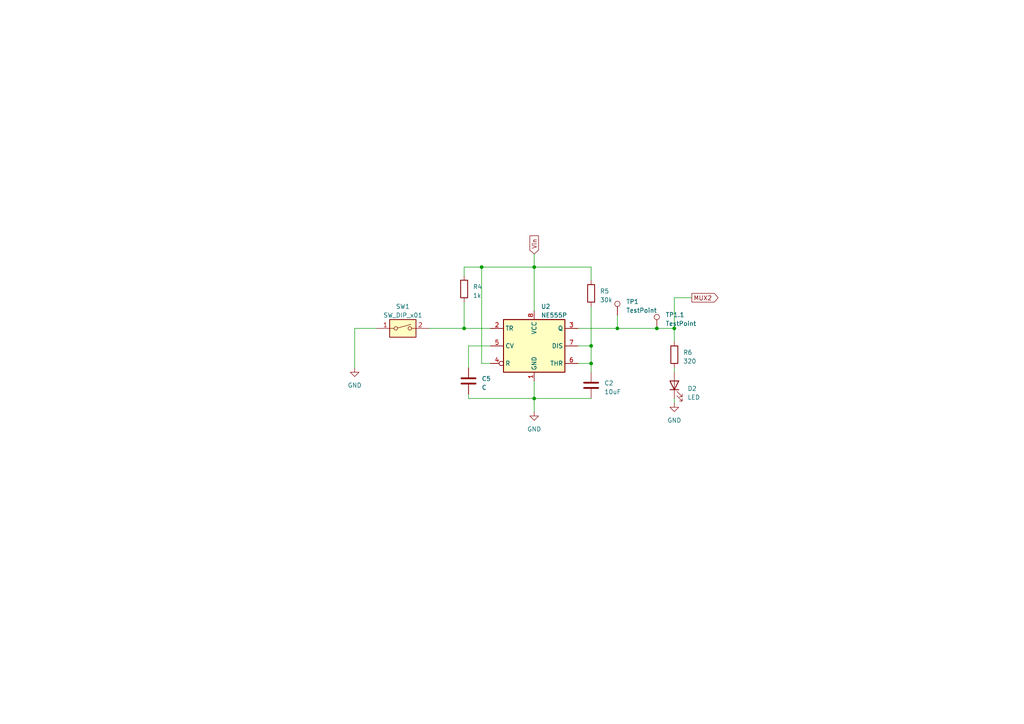
<source format=kicad_sch>
(kicad_sch (version 20230121) (generator eeschema)
  (paper "A4")
  (lib_symbols
    (symbol "Connector:TestPoint" (pin_numbers hide) (pin_names (offset 0.762) hide)
      (property "Reference" "TP" (at 0 6.858 0))
      (property "Value" "TestPoint" (at 0 5.08 0))
      (symbol "TestPoint_0_1"
        (circle (center 0 3.302) (radius 0.762))
      )
      (symbol "TestPoint_1_1"
        (pin passive line (at 0 0 90) (length 2.54) (name "1") (number "1"))
      )
    )
    (symbol "Device:C" (pin_numbers hide) (pin_names (offset 0.254))
      (property "Reference" "C" (at 0.635 2.54 0))
      (property "Value" "C" (at 0.635 -2.54 0))
      (symbol "C_0_1"
        (polyline (pts (xy -2.032 -0.762) (xy 2.032 -0.762)) (stroke (width 0.508)))
        (polyline (pts (xy -2.032 0.762) (xy 2.032 0.762)) (stroke (width 0.508)))
      )
      (symbol "C_1_1"
        (pin passive line (at 0 3.81 270) (length 2.794) (name "~") (number "1"))
        (pin passive line (at 0 -3.81 90) (length 2.794) (name "~") (number "2"))
      )
    )
    (symbol "Device:LED" (pin_numbers hide) (pin_names (offset 1.016) hide)
      (property "Reference" "D" (at 0 2.54 0))
      (property "Value" "LED" (at 0 -2.54 0))
      (symbol "LED_0_1"
        (polyline (pts (xy -1.27 -1.27) (xy -1.27 1.27)) (stroke (width 0.254)))
        (polyline (pts (xy -1.27 0) (xy 1.27 0)))
        (polyline (pts (xy 1.27 -1.27) (xy 1.27 1.27) (xy -1.27 0) (xy 1.27 -1.27)) (stroke (width 0.254)))
        (polyline (pts (xy -3.048 -0.762) (xy -4.572 -2.286) (xy -3.81 -2.286) (xy -4.572 -2.286) (xy -4.572 -1.524)))
        (polyline (pts (xy -1.778 -0.762) (xy -3.302 -2.286) (xy -2.54 -2.286) (xy -3.302 -2.286) (xy -3.302 -1.524)))
      )
      (symbol "LED_1_1"
        (pin passive line (at -3.81 0 0) (length 2.54) (name "K") (number "1"))
        (pin passive line (at 3.81 0 180) (length 2.54) (name "A") (number "2"))
      )
    )
    (symbol "Device:R" (pin_numbers hide) (pin_names (offset 0))
      (property "Reference" "R" (at 2.032 0 90))
      (property "Value" "R" (at 0 0 90))
      (symbol "R_0_1"
        (rectangle (start -1.016 -2.54) (end 1.016 2.54) (stroke (width 0.254)))
      )
      (symbol "R_1_1"
        (pin passive line (at 0 3.81 270) (length 1.27) (name "~") (number "1"))
        (pin passive line (at 0 -3.81 90) (length 1.27) (name "~") (number "2"))
      )
    )
    (symbol "Switch:SW_DIP_x01" (pin_names (offset 0) hide)
      (property "Reference" "SW" (at 0 3.81 0))
      (property "Value" "SW_DIP_x01" (at 0 -3.81 0))
      (symbol "SW_DIP_x01_0_0"
        (circle (center -2.032 0) (radius 0.508))
        (polyline (pts (xy -1.524 0.127) (xy 2.3622 1.1684)))
        (circle (center 2.032 0) (radius 0.508))
      )
      (symbol "SW_DIP_x01_0_1"
        (rectangle (start -3.81 2.54) (end 3.81 -2.54) (stroke (width 0.254)) (fill (type background)))
      )
      (symbol "SW_DIP_x01_1_1"
        (pin passive line (at -7.62 0 0) (length 5.08) (name "~") (number "1"))
        (pin passive line (at 7.62 0 180) (length 5.08) (name "~") (number "2"))
      )
    )
    (symbol "Timer:NE555P"
      (property "Reference" "U" (at -10.16 8.89 0))
      (property "Value" "NE555P" (at 2.54 8.89 0))
      (symbol "NE555P_0_0"
        (pin power_in line (at 0 -10.16 90) (length 2.54) (name "GND") (number "1"))
        (pin power_in line (at 0 10.16 270) (length 2.54) (name "VCC") (number "8"))
      )
      (symbol "NE555P_0_1"
        (rectangle (start -8.89 -7.62) (end 8.89 7.62) (stroke (width 0.254)) (fill (type background)))
        (rectangle (start -8.89 -7.62) (end 8.89 7.62) (stroke (width 0.254)) (fill (type background)))
      )
      (symbol "NE555P_1_1"
        (pin input line (at -12.7 5.08 0) (length 3.81) (name "TR") (number "2"))
        (pin output line (at 12.7 5.08 180) (length 3.81) (name "Q") (number "3"))
        (pin input inverted (at -12.7 -5.08 0) (length 3.81) (name "R") (number "4"))
        (pin input line (at -12.7 0 0) (length 3.81) (name "CV") (number "5"))
        (pin input line (at 12.7 -5.08 180) (length 3.81) (name "THR") (number "6"))
        (pin input line (at 12.7 0 180) (length 3.81) (name "DIS") (number "7"))
      )
    )
    (symbol "power:GND" (power) (pin_names (offset 0))
      (property "Value" "GND" (at 0 -3.81 0))
      (symbol "GND_0_1"
        (polyline (pts (xy 0 0) (xy 0 -1.27) (xy 1.27 -1.27) (xy 0 -2.54) (xy -1.27 -1.27) (xy 0 -1.27)))
      )
      (symbol "GND_1_1"
        (pin power_in line (at 0 0 270) (length 0) hide (name "GND") (number "1"))
      )
    )
  )
  (junction (at 139.7 77.47))
  (junction (at 179.07 95.25))
  (junction (at 134.62 95.25))
  (junction (at 190.5 95.25))
  (junction (at 154.94 77.47))
  (junction (at 171.45 100.33))
  (junction (at 154.94 115.57))
  (junction (at 171.45 105.41))
  (junction (at 195.58 95.25))
  (wire (pts (xy 135.89 115.57) (xy 154.94 115.57)))
  (wire (pts (xy 171.45 77.47) (xy 154.94 77.47)))
  (wire (pts (xy 195.58 115.57) (xy 195.58 116.84)))
  (wire (pts (xy 139.7 77.47) (xy 154.94 77.47)))
  (wire (pts (xy 142.24 100.33) (xy 135.89 100.33)))
  (wire (pts (xy 154.94 77.47) (xy 154.94 90.17)))
  (wire (pts (xy 200.66 86.36) (xy 195.58 86.36)))
  (wire (pts (xy 195.58 99.06) (xy 195.58 95.25)))
  (wire (pts (xy 167.64 100.33) (xy 171.45 100.33)))
  (wire (pts (xy 134.62 87.63) (xy 134.62 95.25)))
  (wire (pts (xy 171.45 115.57) (xy 154.94 115.57)))
  (wire (pts (xy 195.58 106.68) (xy 195.58 107.95)))
  (wire (pts (xy 171.45 88.9) (xy 171.45 100.33)))
  (wire (pts (xy 102.87 95.25) (xy 102.87 106.68)))
  (wire (pts (xy 179.07 91.44) (xy 179.07 95.25)))
  (wire (pts (xy 167.64 105.41) (xy 171.45 105.41)))
  (wire (pts (xy 179.07 95.25) (xy 190.5 95.25)))
  (wire (pts (xy 171.45 81.28) (xy 171.45 77.47)))
  (wire (pts (xy 109.22 95.25) (xy 102.87 95.25)))
  (wire (pts (xy 134.62 95.25) (xy 142.24 95.25)))
  (wire (pts (xy 171.45 105.41) (xy 171.45 107.95)))
  (wire (pts (xy 124.46 95.25) (xy 134.62 95.25)))
  (wire (pts (xy 134.62 77.47) (xy 139.7 77.47)))
  (wire (pts (xy 167.64 95.25) (xy 179.07 95.25)))
  (wire (pts (xy 195.58 86.36) (xy 195.58 95.25)))
  (wire (pts (xy 135.89 114.3) (xy 135.89 115.57)))
  (wire (pts (xy 135.89 100.33) (xy 135.89 106.68)))
  (wire (pts (xy 154.94 77.47) (xy 154.94 73.66)))
  (wire (pts (xy 171.45 100.33) (xy 171.45 105.41)))
  (wire (pts (xy 190.5 95.25) (xy 195.58 95.25)))
  (wire (pts (xy 134.62 80.01) (xy 134.62 77.47)))
  (wire (pts (xy 154.94 110.49) (xy 154.94 115.57)))
  (wire (pts (xy 154.94 119.38) (xy 154.94 115.57)))
  (wire (pts (xy 139.7 105.41) (xy 142.24 105.41)))
  (wire (pts (xy 139.7 105.41) (xy 139.7 77.47)))
  (global_label "MUX2" (shape output) (at 200.66 86.36 0) (property "Intersheetrefs" "${INTERSHEET_REFS}" (effects hide)))
  (global_label "Vin" (shape input) (at 154.94 73.66 90) (property "Intersheetrefs" "${INTERSHEET_REFS}" (effects hide)))
  (symbol (lib_id "Device:R") (at 171.45 85.09 180) (unit 1)
    (property "Reference" "R5" (at 173.99 84.455 0) (effects (justify right)))
    (property "Value" "30k" (at 173.99 86.995 0) (effects (justify right)))
    (property "Footprint" "Resistor_THT:R_Axial_DIN0204_L3.6mm_D1.6mm_P7.62mm_Horizontal" (effects hide))
  )
  (symbol (lib_id "Device:R") (at 195.58 102.87 180) (unit 1)
    (property "Reference" "R6" (at 198.12 102.235 0) (effects (justify right)))
    (property "Value" "320" (at 198.12 104.775 0) (effects (justify right)))
    (property "Footprint" "Resistor_THT:R_Axial_DIN0204_L3.6mm_D1.6mm_P7.62mm_Horizontal" (effects hide))
  )
  (symbol (lib_id "Device:C") (at 171.45 111.76 0) (unit 1)
    (property "Reference" "C2" (at 175.26 111.125 0) (effects (justify left)))
    (property "Value" "10uF" (at 175.26 113.665 0) (effects (justify left)))
    (property "Footprint" "Capacitor_THT:CP_Radial_D5.0mm_P2.50mm" (effects hide))
  )
  (symbol (lib_id "Connector:TestPoint") (at 179.07 91.44 0) (unit 1)
    (property "Reference" "TP1" (at 181.61 87.503 0) (effects (justify left)))
    (property "Value" "TestPoint" (at 181.61 90.043 0) (effects (justify left)))
    (property "Footprint" "TestPoint:TestPoint_Pad_4.0x4.0mm" (effects hide))
    (instances (project "CLK" (path "" (reference "TP1") (unit 1)) (path "" (reference "TP2") (unit 1))))
  )
  (symbol (lib_id "Connector:TestPoint") (at 190.5 95.25 0) (unit 1)
    (property "Reference" "TP1.1" (at 193.04 91.313 0) (effects (justify left)))
    (property "Value" "TestPoint" (at 193.04 93.853 0) (effects (justify left)))
    (property "Footprint" "TestPoint:TestPoint_Bridge_Pitch2.0mm_Drill0.7mm" (effects hide))
    (instances (project "CLK" (path "" (reference "TP1.1") (unit 1)) (path "" (reference "TP2.2") (unit 1))))
  )
  (symbol (lib_id "power:GND") (at 102.87 106.68 0) (unit 1)
    (property "Reference" "#PWR06" (effects hide))
    (property "Value" "GND" (at 102.87 111.76 0))
  )
  (symbol (lib_id "Switch:SW_DIP_x01") (at 116.84 95.25 0) (unit 1)
    (property "Reference" "SW1" (at 116.84 88.9 0))
    (property "Value" "SW_DIP_x01" (at 116.84 91.44 0))
    (property "Footprint" "Button_Switch_THT:SW_PUSH_6mm_H5mm" (effects hide))
  )
  (symbol (lib_id "Device:LED") (at 195.58 111.76 90) (unit 1)
    (property "Reference" "D2" (at 199.39 112.7125 90) (effects (justify right)))
    (property "Value" "LED" (at 199.39 115.2525 90) (effects (justify right)))
    (property "Footprint" "LED_THT:LED_D5.0mm" (effects hide))
  )
  (symbol (lib_id "Device:C") (at 135.89 110.49 0) (unit 1)
    (property "Reference" "C5" (at 139.7 109.855 0) (effects (justify left)))
    (property "Value" "C" (at 139.7 112.395 0) (effects (justify left)))
    (property "Footprint" "Capacitor_THT:CP_Radial_D5.0mm_P2.50mm" (effects hide))
  )
  (symbol (lib_id "power:GND") (at 154.94 119.38 0) (mirror y) (unit 1)
    (property "Reference" "#PWR04" (effects hide))
    (property "Value" "GND" (at 154.94 124.46 0))
  )
  (symbol (lib_id "power:GND") (at 195.58 116.84 0) (unit 1)
    (property "Reference" "#PWR05" (effects hide))
    (property "Value" "GND" (at 195.58 121.92 0))
  )
  (symbol (lib_id "Device:R") (at 134.62 83.82 0) (unit 1)
    (property "Reference" "R4" (at 137.16 83.185 0) (effects (justify left)))
    (property "Value" "1k" (at 137.16 85.725 0) (effects (justify left)))
    (property "Footprint" "Resistor_THT:R_Axial_DIN0204_L3.6mm_D1.6mm_P7.62mm_Horizontal" (effects hide))
  )
  (symbol (lib_id "Timer:NE555P") (at 154.94 100.33 0) (unit 1)
    (property "Reference" "U2" (at 156.8959 88.9 0) (effects (justify left)))
    (property "Value" "NE555P" (at 156.8959 91.44 0) (effects (justify left)))
    (property "Footprint" "Package_DIP:DIP-8_W7.62mm" (effects hide))
    (property "Datasheet" "http://www.ti.com/lit/ds/symlink/ne555.pdf" (effects hide))
  )
)
</source>
